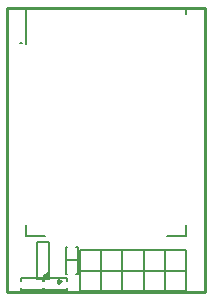
<source format=gto>
G04*
G04 #@! TF.GenerationSoftware,Altium Limited,Altium Designer,22.10.1 (41)*
G04*
G04 Layer_Color=65535*
%FSLAX25Y25*%
%MOIN*%
G70*
G04*
G04 #@! TF.SameCoordinates,077065BD-E97D-4B40-AF25-1AFBA95EC0C4*
G04*
G04*
G04 #@! TF.FilePolarity,Positive*
G04*
G01*
G75*
%ADD10C,0.00984*%
%ADD11C,0.00787*%
%ADD12C,0.00669*%
%ADD13C,0.00591*%
%ADD14C,0.00500*%
%ADD15C,0.01000*%
G36*
X-18898Y-52165D02*
X-20866D01*
Y-51575D01*
X-19685Y-50394D01*
X-18898D01*
Y-52165D01*
D02*
G37*
D10*
X-15059Y-53051D02*
X-15797Y-52625D01*
Y-53477D01*
X-15059Y-53051D01*
D11*
X-19094Y-50394D02*
X-19980Y-50631D01*
X-20629Y-51279D01*
X-20866Y-52165D01*
X-27953Y26378D02*
X-28740D01*
X-27953D01*
X-22835Y-52165D02*
Y-39961D01*
X-18898Y-52165D02*
Y-39961D01*
X-22835D02*
X-18898D01*
X-22835Y-52165D02*
X-18898D01*
X-19094Y-50394D02*
X-18898D01*
D12*
X-1575Y-56299D02*
Y-42520D01*
X19685Y-56299D02*
Y-42520D01*
X12598Y-56299D02*
Y-42520D01*
X5512Y-56299D02*
Y-42520D01*
X-8661Y-49606D02*
X26772D01*
X-8661Y-56299D02*
Y-42520D01*
Y-56299D02*
X26772D01*
Y-42520D01*
X-8661D02*
X26772D01*
D13*
X-20866Y-52756D02*
Y-51968D01*
X-12992D01*
Y-52756D02*
Y-51968D01*
Y-55905D02*
Y-55118D01*
X-20866Y-55905D02*
X-12992D01*
X-20866D02*
Y-55118D01*
X-20472Y-55905D02*
Y-55118D01*
X-28346Y-55905D02*
X-20472D01*
X-28346D02*
Y-55118D01*
Y-52756D02*
Y-51968D01*
X-20472D01*
Y-52756D02*
Y-51968D01*
X-13417Y-46063D02*
X-9417D01*
X-9917Y-41563D02*
X-9417D01*
Y-50563D02*
Y-41563D01*
X-9917Y-50563D02*
X-9417D01*
X-13417D02*
X-12917D01*
X-13417D02*
Y-41563D01*
X-12917D01*
D14*
X26650Y-38000D02*
Y-34173D01*
X20276Y-38000D02*
X26650D01*
X-26650D02*
X-20276D01*
X-26650D02*
Y-34173D01*
X26650Y35945D02*
Y38000D01*
X-26650D02*
X26650D01*
X-26650Y26024D02*
Y38000D01*
D15*
X-33071Y-56693D02*
Y37971D01*
Y-56693D02*
X33071D01*
Y37971D01*
X-33071D02*
X33071D01*
M02*

</source>
